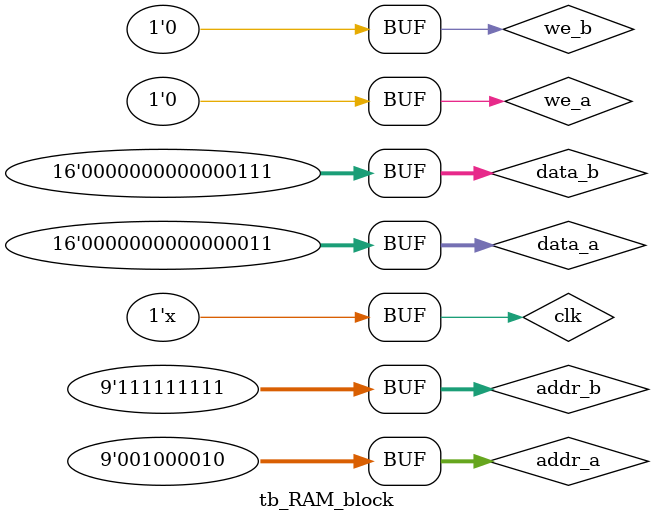
<source format=v>
`timescale 1ps/1ps
module tb_RAM_block ();
	parameter DATA_WIDTH=16;
	parameter ADDR_WIDTH=9;
	reg [(DATA_WIDTH-1):0] data_a, data_b;
	reg [(ADDR_WIDTH-1):0] addr_a, addr_b;
	reg we_a, we_b, clk;
	wire [(DATA_WIDTH-1):0] q_a, q_b;
	
	RAM_block uut (
		.data_a(data_a),
		.data_b(data_b),
		.addr_a(addr_a),
		.addr_b(addr_b),
		.we_a(we_a),
		.we_b(we_b),
		.clk(clk),
		.q_a(q_a),
		.q_b(q_b)
	);
	
	initial begin
		clk = 0;
		#5;
		addr_a = 13;
		addr_b = 47;
		we_a = 1;
		we_b = 1;
		data_a = 3;
		data_b = 7;
		#5;
		we_a =0;
		we_b = 0;
		#5;
		addr_a = 7;
		addr_b = 32;
		#5;
		addr_a = 42;
		addr_b = 101;
		#5;
		addr_a = 66;
		addr_b = 511;
		
		
		
	end
	always #5 clk = ~clk;
endmodule

</source>
